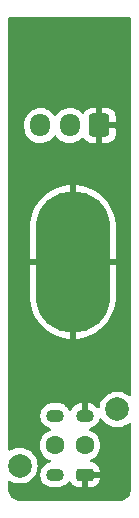
<source format=gbr>
%TF.GenerationSoftware,KiCad,Pcbnew,(6.0.7-1)-1*%
%TF.CreationDate,2024-04-18T04:23:32-04:00*%
%TF.ProjectId,EM_Harpsichord_Sensor_Daughterboard,454d5f48-6172-4707-9369-63686f72645f,rev?*%
%TF.SameCoordinates,Original*%
%TF.FileFunction,Copper,L2,Bot*%
%TF.FilePolarity,Positive*%
%FSLAX46Y46*%
G04 Gerber Fmt 4.6, Leading zero omitted, Abs format (unit mm)*
G04 Created by KiCad (PCBNEW (6.0.7-1)-1) date 2024-04-18 04:23:32*
%MOMM*%
%LPD*%
G01*
G04 APERTURE LIST*
G04 Aperture macros list*
%AMRoundRect*
0 Rectangle with rounded corners*
0 $1 Rounding radius*
0 $2 $3 $4 $5 $6 $7 $8 $9 X,Y pos of 4 corners*
0 Add a 4 corners polygon primitive as box body*
4,1,4,$2,$3,$4,$5,$6,$7,$8,$9,$2,$3,0*
0 Add four circle primitives for the rounded corners*
1,1,$1+$1,$2,$3*
1,1,$1+$1,$4,$5*
1,1,$1+$1,$6,$7*
1,1,$1+$1,$8,$9*
0 Add four rect primitives between the rounded corners*
20,1,$1+$1,$2,$3,$4,$5,0*
20,1,$1+$1,$4,$5,$6,$7,0*
20,1,$1+$1,$6,$7,$8,$9,0*
20,1,$1+$1,$8,$9,$2,$3,0*%
G04 Aperture macros list end*
%TA.AperFunction,ComponentPad*%
%ADD10C,2.000000*%
%TD*%
%TA.AperFunction,ComponentPad*%
%ADD11RoundRect,0.250000X0.600000X0.725000X-0.600000X0.725000X-0.600000X-0.725000X0.600000X-0.725000X0*%
%TD*%
%TA.AperFunction,ComponentPad*%
%ADD12O,1.700000X1.950000*%
%TD*%
%TA.AperFunction,ComponentPad*%
%ADD13O,6.300000X12.000000*%
%TD*%
%TA.AperFunction,WasherPad*%
%ADD14C,1.600000*%
%TD*%
%TA.AperFunction,ComponentPad*%
%ADD15RoundRect,0.249700X0.500300X-0.300300X0.500300X0.300300X-0.500300X0.300300X-0.500300X-0.300300X0*%
%TD*%
%TA.AperFunction,ComponentPad*%
%ADD16O,1.500000X1.100000*%
%TD*%
%TA.AperFunction,ViaPad*%
%ADD17C,0.800000*%
%TD*%
G04 APERTURE END LIST*
D10*
%TO.P,TP3,1,1*%
%TO.N,Net-(R1-Pad2)*%
X97500000Y-108750000D03*
%TD*%
D11*
%TO.P,J1,1,Pin_1*%
%TO.N,GND*%
X104250000Y-79950000D03*
D12*
%TO.P,J1,2,Pin_2*%
%TO.N,+5V*%
X101750000Y-79950000D03*
%TO.P,J1,3,Pin_3*%
%TO.N,Net-(J1-Pad3)*%
X99250000Y-79950000D03*
%TD*%
D13*
%TO.P,TP2,1,1*%
%TO.N,GND*%
X102000000Y-91500000D03*
%TD*%
D14*
%TO.P,U1,*%
%TO.N,*%
X100500000Y-107025000D03*
X103000000Y-107025000D03*
D15*
%TO.P,U1,1,K*%
%TO.N,GND*%
X103000000Y-109525000D03*
D16*
%TO.P,U1,2,A*%
%TO.N,Net-(R1-Pad2)*%
X100500000Y-109525000D03*
%TO.P,U1,3,C*%
%TO.N,Net-(J1-Pad3)*%
X100500000Y-104525000D03*
%TO.P,U1,4,E*%
%TO.N,GND*%
X103000000Y-104525000D03*
%TD*%
D10*
%TO.P,TP1,1,1*%
%TO.N,Net-(J1-Pad3)*%
X105750000Y-104000000D03*
%TD*%
D17*
%TO.N,GND*%
X99500000Y-84000000D03*
X97250000Y-111000000D03*
X106250000Y-111000000D03*
X106250000Y-106750000D03*
%TD*%
%TA.AperFunction,Conductor*%
%TO.N,GND*%
G36*
X106872961Y-70778502D02*
G01*
X106919454Y-70832158D01*
X106930840Y-70884500D01*
X106930840Y-102751408D01*
X106910838Y-102819529D01*
X106857182Y-102866022D01*
X106786908Y-102876126D01*
X106723010Y-102847219D01*
X106643182Y-102779040D01*
X106643178Y-102779037D01*
X106639416Y-102775824D01*
X106635208Y-102773245D01*
X106635202Y-102773241D01*
X106441183Y-102654346D01*
X106436963Y-102651760D01*
X106432393Y-102649867D01*
X106432389Y-102649865D01*
X106222167Y-102562789D01*
X106222165Y-102562788D01*
X106217594Y-102560895D01*
X106137391Y-102541640D01*
X105991524Y-102506620D01*
X105991518Y-102506619D01*
X105986711Y-102505465D01*
X105750000Y-102486835D01*
X105513289Y-102505465D01*
X105508482Y-102506619D01*
X105508476Y-102506620D01*
X105362609Y-102541640D01*
X105282406Y-102560895D01*
X105277835Y-102562788D01*
X105277833Y-102562789D01*
X105067611Y-102649865D01*
X105067607Y-102649867D01*
X105063037Y-102651760D01*
X105058817Y-102654346D01*
X104864798Y-102773241D01*
X104864792Y-102773245D01*
X104860584Y-102775824D01*
X104680031Y-102930031D01*
X104525824Y-103110584D01*
X104523245Y-103114792D01*
X104523241Y-103114798D01*
X104404346Y-103308817D01*
X104401760Y-103313037D01*
X104399867Y-103317607D01*
X104399865Y-103317611D01*
X104329916Y-103486484D01*
X104310895Y-103532406D01*
X104306586Y-103550354D01*
X104283290Y-103647391D01*
X104255465Y-103763289D01*
X104253708Y-103785623D01*
X104252707Y-103798336D01*
X104227422Y-103864677D01*
X104170285Y-103906818D01*
X104099435Y-103911377D01*
X104037367Y-103876909D01*
X104028899Y-103867404D01*
X103963428Y-103785975D01*
X103954848Y-103777214D01*
X103805344Y-103651764D01*
X103795233Y-103644840D01*
X103624202Y-103550816D01*
X103612938Y-103545988D01*
X103426905Y-103486975D01*
X103414916Y-103484427D01*
X103268643Y-103468020D01*
X103256876Y-103471475D01*
X103255671Y-103472865D01*
X103254000Y-103480548D01*
X103254000Y-104653000D01*
X103233998Y-104721121D01*
X103180342Y-104767614D01*
X103128000Y-104779000D01*
X102872000Y-104779000D01*
X102803879Y-104758998D01*
X102757386Y-104705342D01*
X102746000Y-104653000D01*
X102746000Y-103485291D01*
X102741764Y-103470864D01*
X102729411Y-103468803D01*
X102599639Y-103481527D01*
X102587604Y-103483910D01*
X102400777Y-103540317D01*
X102389435Y-103544992D01*
X102217121Y-103636612D01*
X102206905Y-103643399D01*
X102055665Y-103766747D01*
X102046961Y-103775391D01*
X101922562Y-103925763D01*
X101915703Y-103935931D01*
X101861047Y-104037017D01*
X101811053Y-104087426D01*
X101741741Y-104102804D01*
X101675119Y-104078268D01*
X101638549Y-104035464D01*
X101592855Y-103948060D01*
X101590001Y-103942600D01*
X101459929Y-103780823D01*
X101453456Y-103775391D01*
X101351319Y-103689688D01*
X101300911Y-103647391D01*
X101295519Y-103644427D01*
X101295515Y-103644424D01*
X101124402Y-103550354D01*
X101119005Y-103547387D01*
X100921139Y-103484621D01*
X100915022Y-103483935D01*
X100915018Y-103483934D01*
X100838402Y-103475341D01*
X100759587Y-103466500D01*
X100247763Y-103466500D01*
X100244707Y-103466800D01*
X100244700Y-103466800D01*
X100099534Y-103481034D01*
X100099531Y-103481035D01*
X100093408Y-103481635D01*
X99961454Y-103521474D01*
X99900593Y-103539848D01*
X99900590Y-103539849D01*
X99894685Y-103541632D01*
X99889240Y-103544527D01*
X99889238Y-103544528D01*
X99716847Y-103636191D01*
X99716845Y-103636192D01*
X99711401Y-103639087D01*
X99651529Y-103687917D01*
X99555311Y-103766390D01*
X99555308Y-103766393D01*
X99550536Y-103770285D01*
X99418217Y-103930230D01*
X99415288Y-103935647D01*
X99415286Y-103935650D01*
X99322416Y-104107410D01*
X99322414Y-104107415D01*
X99319486Y-104112830D01*
X99258102Y-104311129D01*
X99236404Y-104517575D01*
X99255218Y-104724303D01*
X99256956Y-104730209D01*
X99256957Y-104730213D01*
X99300473Y-104878068D01*
X99313827Y-104923440D01*
X99409999Y-105107400D01*
X99540071Y-105269177D01*
X99544788Y-105273135D01*
X99544790Y-105273137D01*
X99631213Y-105345654D01*
X99699089Y-105402609D01*
X99704481Y-105405573D01*
X99704485Y-105405576D01*
X99864200Y-105493380D01*
X99880995Y-105502613D01*
X99886868Y-105504476D01*
X100042595Y-105553875D01*
X100101479Y-105593538D01*
X100129572Y-105658740D01*
X100117955Y-105728780D01*
X100070315Y-105781420D01*
X100051389Y-105790547D01*
X100050757Y-105790716D01*
X100045780Y-105793037D01*
X100045774Y-105793039D01*
X99848238Y-105885151D01*
X99848233Y-105885154D01*
X99843251Y-105887477D01*
X99738389Y-105960902D01*
X99660211Y-106015643D01*
X99660208Y-106015645D01*
X99655700Y-106018802D01*
X99493802Y-106180700D01*
X99362477Y-106368251D01*
X99360154Y-106373233D01*
X99360151Y-106373238D01*
X99359317Y-106375027D01*
X99265716Y-106575757D01*
X99206457Y-106796913D01*
X99186502Y-107025000D01*
X99206457Y-107253087D01*
X99265716Y-107474243D01*
X99268039Y-107479224D01*
X99268039Y-107479225D01*
X99360151Y-107676762D01*
X99360154Y-107676767D01*
X99362477Y-107681749D01*
X99493802Y-107869300D01*
X99655700Y-108031198D01*
X99660208Y-108034355D01*
X99660211Y-108034357D01*
X99707703Y-108067611D01*
X99843251Y-108162523D01*
X99848233Y-108164846D01*
X99848238Y-108164849D01*
X100045770Y-108256959D01*
X100045774Y-108256961D01*
X100050013Y-108258937D01*
X100050757Y-108259284D01*
X100050687Y-108259434D01*
X100106019Y-108300170D01*
X100131359Y-108366490D01*
X100116822Y-108435983D01*
X100067021Y-108486583D01*
X100042174Y-108497103D01*
X99900590Y-108539849D01*
X99900588Y-108539850D01*
X99894685Y-108541632D01*
X99889240Y-108544527D01*
X99889238Y-108544528D01*
X99716847Y-108636191D01*
X99716845Y-108636192D01*
X99711401Y-108639087D01*
X99696365Y-108651350D01*
X99555311Y-108766390D01*
X99555308Y-108766393D01*
X99550536Y-108770285D01*
X99418217Y-108930230D01*
X99415288Y-108935647D01*
X99415286Y-108935650D01*
X99322416Y-109107410D01*
X99322414Y-109107415D01*
X99319486Y-109112830D01*
X99258102Y-109311129D01*
X99257458Y-109317254D01*
X99257458Y-109317255D01*
X99244877Y-109436963D01*
X99236404Y-109517575D01*
X99244223Y-109603485D01*
X99247493Y-109639416D01*
X99255218Y-109724303D01*
X99256956Y-109730209D01*
X99256957Y-109730213D01*
X99282268Y-109816213D01*
X99313827Y-109923440D01*
X99409999Y-110107400D01*
X99540071Y-110269177D01*
X99544788Y-110273135D01*
X99544790Y-110273137D01*
X99567118Y-110291872D01*
X99699089Y-110402609D01*
X99704481Y-110405573D01*
X99704485Y-110405576D01*
X99875598Y-110499646D01*
X99880995Y-110502613D01*
X100078861Y-110565379D01*
X100084978Y-110566065D01*
X100084982Y-110566066D01*
X100161598Y-110574659D01*
X100240413Y-110583500D01*
X100752237Y-110583500D01*
X100755293Y-110583200D01*
X100755300Y-110583200D01*
X100900466Y-110568966D01*
X100900469Y-110568965D01*
X100906592Y-110568365D01*
X101071971Y-110518435D01*
X101099407Y-110510152D01*
X101099410Y-110510151D01*
X101105315Y-110508368D01*
X101112635Y-110504476D01*
X101283153Y-110413809D01*
X101283155Y-110413808D01*
X101288599Y-110410913D01*
X101420567Y-110303283D01*
X101444689Y-110283610D01*
X101444692Y-110283607D01*
X101449464Y-110279715D01*
X101462153Y-110264377D01*
X101577858Y-110124515D01*
X101577860Y-110124512D01*
X101581783Y-110119770D01*
X101584225Y-110115254D01*
X101638628Y-110070191D01*
X101709109Y-110061652D01*
X101773018Y-110092573D01*
X101801516Y-110136242D01*
X101803458Y-110135332D01*
X101812729Y-110155124D01*
X101898004Y-110292928D01*
X101907031Y-110304317D01*
X102021717Y-110418802D01*
X102033128Y-110427814D01*
X102171070Y-110512842D01*
X102184251Y-110518989D01*
X102338471Y-110570142D01*
X102351847Y-110573009D01*
X102446158Y-110582672D01*
X102452574Y-110583000D01*
X102727885Y-110583000D01*
X102743124Y-110578525D01*
X102744329Y-110577135D01*
X102746000Y-110569452D01*
X102746000Y-110564884D01*
X103254000Y-110564884D01*
X103258475Y-110580123D01*
X103259865Y-110581328D01*
X103267548Y-110582999D01*
X103547375Y-110582999D01*
X103553894Y-110582662D01*
X103649444Y-110572748D01*
X103662838Y-110569856D01*
X103816964Y-110518435D01*
X103830124Y-110512271D01*
X103967928Y-110426996D01*
X103979317Y-110417969D01*
X104093802Y-110303283D01*
X104102814Y-110291872D01*
X104187842Y-110153930D01*
X104193989Y-110140749D01*
X104245142Y-109986529D01*
X104248009Y-109973153D01*
X104257672Y-109878842D01*
X104258000Y-109872426D01*
X104258000Y-109797115D01*
X104253525Y-109781876D01*
X104252135Y-109780671D01*
X104244452Y-109779000D01*
X103272115Y-109779000D01*
X103256876Y-109783475D01*
X103255671Y-109784865D01*
X103254000Y-109792548D01*
X103254000Y-110564884D01*
X102746000Y-110564884D01*
X102746000Y-109397000D01*
X102766002Y-109328879D01*
X102819658Y-109282386D01*
X102872000Y-109271000D01*
X104239884Y-109271000D01*
X104255123Y-109266525D01*
X104256328Y-109265135D01*
X104257999Y-109257452D01*
X104257999Y-109177625D01*
X104257662Y-109171106D01*
X104247748Y-109075556D01*
X104244856Y-109062162D01*
X104193435Y-108908036D01*
X104187271Y-108894876D01*
X104101996Y-108757072D01*
X104092969Y-108745683D01*
X103978283Y-108631198D01*
X103966872Y-108622186D01*
X103828930Y-108537158D01*
X103815749Y-108531011D01*
X103661529Y-108479858D01*
X103648153Y-108476991D01*
X103556589Y-108467609D01*
X103490862Y-108440768D01*
X103450080Y-108382652D01*
X103447192Y-108311715D01*
X103483114Y-108250476D01*
X103516182Y-108228070D01*
X103651762Y-108164849D01*
X103651767Y-108164846D01*
X103656749Y-108162523D01*
X103792297Y-108067611D01*
X103839789Y-108034357D01*
X103839792Y-108034355D01*
X103844300Y-108031198D01*
X104006198Y-107869300D01*
X104137523Y-107681749D01*
X104139846Y-107676767D01*
X104139849Y-107676762D01*
X104231961Y-107479225D01*
X104231961Y-107479224D01*
X104234284Y-107474243D01*
X104293543Y-107253087D01*
X104313498Y-107025000D01*
X104293543Y-106796913D01*
X104234284Y-106575757D01*
X104140683Y-106375027D01*
X104139849Y-106373238D01*
X104139846Y-106373233D01*
X104137523Y-106368251D01*
X104006198Y-106180700D01*
X103844300Y-106018802D01*
X103839792Y-106015645D01*
X103839789Y-106015643D01*
X103761611Y-105960902D01*
X103656749Y-105887477D01*
X103651767Y-105885154D01*
X103651762Y-105885151D01*
X103454229Y-105793041D01*
X103449243Y-105790716D01*
X103449046Y-105790663D01*
X103393194Y-105749541D01*
X103367855Y-105683220D01*
X103382395Y-105613728D01*
X103432197Y-105563129D01*
X103457041Y-105552611D01*
X103599223Y-105509683D01*
X103610565Y-105505008D01*
X103782879Y-105413388D01*
X103793095Y-105406601D01*
X103944335Y-105283253D01*
X103953039Y-105274609D01*
X104077438Y-105124237D01*
X104084297Y-105114069D01*
X104177119Y-104942395D01*
X104181872Y-104931088D01*
X104223548Y-104796456D01*
X104262799Y-104737296D01*
X104327804Y-104708749D01*
X104397923Y-104719878D01*
X104451345Y-104767880D01*
X104523235Y-104885193D01*
X104523242Y-104885203D01*
X104525824Y-104889416D01*
X104680031Y-105069969D01*
X104860584Y-105224176D01*
X104864792Y-105226755D01*
X104864798Y-105226759D01*
X105058817Y-105345654D01*
X105063037Y-105348240D01*
X105067607Y-105350133D01*
X105067611Y-105350135D01*
X105277833Y-105437211D01*
X105282406Y-105439105D01*
X105362609Y-105458360D01*
X105508476Y-105493380D01*
X105508482Y-105493381D01*
X105513289Y-105494535D01*
X105750000Y-105513165D01*
X105986711Y-105494535D01*
X105991518Y-105493381D01*
X105991524Y-105493380D01*
X106137391Y-105458360D01*
X106217594Y-105439105D01*
X106222167Y-105437211D01*
X106432389Y-105350135D01*
X106432393Y-105350133D01*
X106436963Y-105348240D01*
X106441183Y-105345654D01*
X106635202Y-105226759D01*
X106635208Y-105226755D01*
X106639416Y-105224176D01*
X106643178Y-105220963D01*
X106643182Y-105220960D01*
X106723010Y-105152781D01*
X106787799Y-105123750D01*
X106857999Y-105134355D01*
X106911322Y-105181230D01*
X106930840Y-105248592D01*
X106930840Y-110700633D01*
X106929340Y-110720018D01*
X106927030Y-110734851D01*
X106927030Y-110734855D01*
X106925649Y-110743724D01*
X106927306Y-110756397D01*
X106927891Y-110783711D01*
X106916738Y-110911195D01*
X106912925Y-110932821D01*
X106912925Y-110932822D01*
X106912924Y-110932825D01*
X106873897Y-111078476D01*
X106866385Y-111099114D01*
X106802661Y-111235772D01*
X106791680Y-111254792D01*
X106705195Y-111378309D01*
X106691078Y-111395134D01*
X106584455Y-111501760D01*
X106567630Y-111515878D01*
X106444116Y-111602366D01*
X106425096Y-111613348D01*
X106288436Y-111677077D01*
X106267798Y-111684589D01*
X106122148Y-111723619D01*
X106100519Y-111727433D01*
X106038445Y-111732866D01*
X105980097Y-111737972D01*
X105963451Y-111737412D01*
X105963446Y-111737800D01*
X105954477Y-111737691D01*
X105945602Y-111736309D01*
X105917382Y-111740000D01*
X105914048Y-111740436D01*
X105897707Y-111741500D01*
X97549367Y-111741500D01*
X97529982Y-111740000D01*
X97515149Y-111737690D01*
X97515145Y-111737690D01*
X97506276Y-111736309D01*
X97493603Y-111737966D01*
X97466293Y-111738551D01*
X97338806Y-111727397D01*
X97317183Y-111723585D01*
X97171533Y-111684558D01*
X97150896Y-111677046D01*
X97014240Y-111613322D01*
X96995220Y-111602340D01*
X96871703Y-111515853D01*
X96854878Y-111501735D01*
X96748265Y-111395122D01*
X96734147Y-111378297D01*
X96647660Y-111254780D01*
X96636678Y-111235760D01*
X96572954Y-111099104D01*
X96565443Y-111078466D01*
X96526417Y-110932822D01*
X96522602Y-110911191D01*
X96512349Y-110793993D01*
X96512374Y-110771758D01*
X96512770Y-110767344D01*
X96513576Y-110762552D01*
X96513729Y-110750000D01*
X96509773Y-110722376D01*
X96508500Y-110704514D01*
X96508500Y-110136609D01*
X96528502Y-110068488D01*
X96582158Y-110021995D01*
X96652432Y-110011891D01*
X96700336Y-110029176D01*
X96813037Y-110098240D01*
X96817607Y-110100133D01*
X96817611Y-110100135D01*
X97027833Y-110187211D01*
X97032406Y-110189105D01*
X97112609Y-110208360D01*
X97258476Y-110243380D01*
X97258482Y-110243381D01*
X97263289Y-110244535D01*
X97500000Y-110263165D01*
X97736711Y-110244535D01*
X97741518Y-110243381D01*
X97741524Y-110243380D01*
X97887391Y-110208360D01*
X97967594Y-110189105D01*
X97972167Y-110187211D01*
X98182389Y-110100135D01*
X98182393Y-110100133D01*
X98186963Y-110098240D01*
X98299665Y-110029176D01*
X98385202Y-109976759D01*
X98385208Y-109976755D01*
X98389416Y-109974176D01*
X98569969Y-109819969D01*
X98724176Y-109639416D01*
X98726755Y-109635208D01*
X98726759Y-109635202D01*
X98845654Y-109441183D01*
X98848240Y-109436963D01*
X98897825Y-109317255D01*
X98937211Y-109222167D01*
X98937212Y-109222165D01*
X98939105Y-109217594D01*
X98994535Y-108986711D01*
X99013165Y-108750000D01*
X98994535Y-108513289D01*
X98990650Y-108497103D01*
X98940260Y-108287218D01*
X98939105Y-108282406D01*
X98928839Y-108257621D01*
X98850135Y-108067611D01*
X98850133Y-108067607D01*
X98848240Y-108063037D01*
X98826341Y-108027301D01*
X98726759Y-107864798D01*
X98726755Y-107864792D01*
X98724176Y-107860584D01*
X98569969Y-107680031D01*
X98566142Y-107676762D01*
X98521851Y-107638934D01*
X98389416Y-107525824D01*
X98385208Y-107523245D01*
X98385202Y-107523241D01*
X98191183Y-107404346D01*
X98186963Y-107401760D01*
X98182393Y-107399867D01*
X98182389Y-107399865D01*
X97972167Y-107312789D01*
X97972165Y-107312788D01*
X97967594Y-107310895D01*
X97887391Y-107291640D01*
X97741524Y-107256620D01*
X97741518Y-107256619D01*
X97736711Y-107255465D01*
X97500000Y-107236835D01*
X97263289Y-107255465D01*
X97258482Y-107256619D01*
X97258476Y-107256620D01*
X97112609Y-107291640D01*
X97032406Y-107310895D01*
X97027835Y-107312788D01*
X97027833Y-107312789D01*
X96817611Y-107399865D01*
X96817607Y-107399867D01*
X96813037Y-107401760D01*
X96808817Y-107404346D01*
X96700335Y-107470824D01*
X96631801Y-107489362D01*
X96564125Y-107467906D01*
X96518792Y-107413267D01*
X96508500Y-107363391D01*
X96508500Y-94444123D01*
X98342000Y-94444123D01*
X98342088Y-94447459D01*
X98356874Y-94729600D01*
X98357560Y-94736138D01*
X98416510Y-95108324D01*
X98417881Y-95114774D01*
X98515406Y-95478743D01*
X98517447Y-95485025D01*
X98652481Y-95836799D01*
X98655163Y-95842824D01*
X98826235Y-96178571D01*
X98829531Y-96184280D01*
X99034755Y-96500297D01*
X99038637Y-96505641D01*
X99275761Y-96798464D01*
X99280190Y-96803383D01*
X99546617Y-97069810D01*
X99551536Y-97074239D01*
X99844359Y-97311363D01*
X99849703Y-97315245D01*
X100165720Y-97520469D01*
X100171429Y-97523765D01*
X100507176Y-97694837D01*
X100513201Y-97697519D01*
X100864975Y-97832553D01*
X100871257Y-97834594D01*
X101235226Y-97932119D01*
X101241676Y-97933490D01*
X101613862Y-97992440D01*
X101620400Y-97993126D01*
X101727910Y-97998761D01*
X101743361Y-97995090D01*
X101743416Y-97995033D01*
X101746000Y-97984492D01*
X101746000Y-97981594D01*
X102254000Y-97981594D01*
X102258475Y-97996833D01*
X102258533Y-97996883D01*
X102269198Y-97998912D01*
X102379600Y-97993126D01*
X102386138Y-97992440D01*
X102758324Y-97933490D01*
X102764774Y-97932119D01*
X103128743Y-97834594D01*
X103135025Y-97832553D01*
X103486799Y-97697519D01*
X103492824Y-97694837D01*
X103828571Y-97523765D01*
X103834280Y-97520469D01*
X104150297Y-97315245D01*
X104155641Y-97311363D01*
X104448464Y-97074239D01*
X104453383Y-97069810D01*
X104719810Y-96803383D01*
X104724239Y-96798464D01*
X104961363Y-96505641D01*
X104965245Y-96500297D01*
X105170469Y-96184280D01*
X105173765Y-96178571D01*
X105344837Y-95842824D01*
X105347519Y-95836799D01*
X105482553Y-95485025D01*
X105484594Y-95478743D01*
X105582119Y-95114774D01*
X105583490Y-95108324D01*
X105642440Y-94736138D01*
X105643126Y-94729600D01*
X105657912Y-94447459D01*
X105658000Y-94444123D01*
X105658000Y-91772115D01*
X105653525Y-91756876D01*
X105652135Y-91755671D01*
X105644452Y-91754000D01*
X102272115Y-91754000D01*
X102256876Y-91758475D01*
X102255671Y-91759865D01*
X102254000Y-91767548D01*
X102254000Y-97981594D01*
X101746000Y-97981594D01*
X101746000Y-91772115D01*
X101741525Y-91756876D01*
X101740135Y-91755671D01*
X101732452Y-91754000D01*
X98360115Y-91754000D01*
X98344876Y-91758475D01*
X98343671Y-91759865D01*
X98342000Y-91767548D01*
X98342000Y-94444123D01*
X96508500Y-94444123D01*
X96508500Y-91227885D01*
X98342000Y-91227885D01*
X98346475Y-91243124D01*
X98347865Y-91244329D01*
X98355548Y-91246000D01*
X101727885Y-91246000D01*
X101743124Y-91241525D01*
X101744329Y-91240135D01*
X101746000Y-91232452D01*
X101746000Y-91227885D01*
X102254000Y-91227885D01*
X102258475Y-91243124D01*
X102259865Y-91244329D01*
X102267548Y-91246000D01*
X105639885Y-91246000D01*
X105655124Y-91241525D01*
X105656329Y-91240135D01*
X105658000Y-91232452D01*
X105658000Y-88555877D01*
X105657912Y-88552541D01*
X105643126Y-88270400D01*
X105642440Y-88263862D01*
X105583490Y-87891676D01*
X105582119Y-87885226D01*
X105484594Y-87521257D01*
X105482553Y-87514975D01*
X105347519Y-87163201D01*
X105344837Y-87157176D01*
X105173765Y-86821429D01*
X105170469Y-86815720D01*
X104965245Y-86499703D01*
X104961363Y-86494359D01*
X104724239Y-86201536D01*
X104719810Y-86196617D01*
X104453383Y-85930190D01*
X104448464Y-85925761D01*
X104155641Y-85688637D01*
X104150297Y-85684755D01*
X103834280Y-85479531D01*
X103828571Y-85476235D01*
X103492824Y-85305163D01*
X103486799Y-85302481D01*
X103135025Y-85167447D01*
X103128743Y-85165406D01*
X102764774Y-85067881D01*
X102758324Y-85066510D01*
X102386138Y-85007560D01*
X102379600Y-85006874D01*
X102272090Y-85001239D01*
X102256639Y-85004910D01*
X102256584Y-85004967D01*
X102254000Y-85015508D01*
X102254000Y-91227885D01*
X101746000Y-91227885D01*
X101746000Y-85018406D01*
X101741525Y-85003167D01*
X101741467Y-85003117D01*
X101730802Y-85001088D01*
X101620400Y-85006874D01*
X101613862Y-85007560D01*
X101241676Y-85066510D01*
X101235226Y-85067881D01*
X100871257Y-85165406D01*
X100864975Y-85167447D01*
X100513201Y-85302481D01*
X100507176Y-85305163D01*
X100171429Y-85476235D01*
X100165720Y-85479531D01*
X99849703Y-85684755D01*
X99844359Y-85688637D01*
X99551536Y-85925761D01*
X99546617Y-85930190D01*
X99280190Y-86196617D01*
X99275761Y-86201536D01*
X99038637Y-86494359D01*
X99034755Y-86499703D01*
X98829531Y-86815720D01*
X98826235Y-86821429D01*
X98655163Y-87157176D01*
X98652481Y-87163201D01*
X98517447Y-87514975D01*
X98515406Y-87521257D01*
X98417881Y-87885226D01*
X98416510Y-87891676D01*
X98357560Y-88263862D01*
X98356874Y-88270400D01*
X98342088Y-88552541D01*
X98342000Y-88555877D01*
X98342000Y-91227885D01*
X96508500Y-91227885D01*
X96508500Y-80132890D01*
X97891500Y-80132890D01*
X97906080Y-80304720D01*
X97907418Y-80309875D01*
X97907419Y-80309881D01*
X97962657Y-80522703D01*
X97963999Y-80527872D01*
X98058688Y-80738075D01*
X98187441Y-80929319D01*
X98346576Y-81096135D01*
X98531542Y-81233754D01*
X98536293Y-81236170D01*
X98536297Y-81236172D01*
X98598704Y-81267901D01*
X98737051Y-81338240D01*
X98742145Y-81339822D01*
X98742148Y-81339823D01*
X98942020Y-81401885D01*
X98957227Y-81406607D01*
X98962516Y-81407308D01*
X99180489Y-81436198D01*
X99180494Y-81436198D01*
X99185774Y-81436898D01*
X99191103Y-81436698D01*
X99191105Y-81436698D01*
X99300966Y-81432573D01*
X99416158Y-81428249D01*
X99421468Y-81427135D01*
X99636572Y-81382002D01*
X99641791Y-81380907D01*
X99646750Y-81378949D01*
X99646752Y-81378948D01*
X99851256Y-81298185D01*
X99851258Y-81298184D01*
X99856221Y-81296224D01*
X99955184Y-81236172D01*
X100048757Y-81179390D01*
X100048756Y-81179390D01*
X100053317Y-81176623D01*
X100093493Y-81141760D01*
X100223412Y-81029023D01*
X100223414Y-81029021D01*
X100227445Y-81025523D01*
X100291383Y-80947545D01*
X100370240Y-80851373D01*
X100370244Y-80851367D01*
X100373624Y-80847245D01*
X100391552Y-80815750D01*
X100442632Y-80766445D01*
X100512262Y-80752583D01*
X100578333Y-80778566D01*
X100605573Y-80807716D01*
X100687441Y-80929319D01*
X100846576Y-81096135D01*
X101031542Y-81233754D01*
X101036293Y-81236170D01*
X101036297Y-81236172D01*
X101098704Y-81267901D01*
X101237051Y-81338240D01*
X101242145Y-81339822D01*
X101242148Y-81339823D01*
X101442020Y-81401885D01*
X101457227Y-81406607D01*
X101462516Y-81407308D01*
X101680489Y-81436198D01*
X101680494Y-81436198D01*
X101685774Y-81436898D01*
X101691103Y-81436698D01*
X101691105Y-81436698D01*
X101800966Y-81432573D01*
X101916158Y-81428249D01*
X101921468Y-81427135D01*
X102136572Y-81382002D01*
X102141791Y-81380907D01*
X102146750Y-81378949D01*
X102146752Y-81378948D01*
X102351256Y-81298185D01*
X102351258Y-81298184D01*
X102356221Y-81296224D01*
X102455184Y-81236172D01*
X102548757Y-81179390D01*
X102548756Y-81179390D01*
X102553317Y-81176623D01*
X102593493Y-81141760D01*
X102723412Y-81029023D01*
X102723414Y-81029021D01*
X102727445Y-81025523D01*
X102757006Y-80989471D01*
X102815666Y-80949476D01*
X102886636Y-80947545D01*
X102947384Y-80984290D01*
X102961584Y-81003059D01*
X103048063Y-81142807D01*
X103057099Y-81154208D01*
X103171829Y-81268739D01*
X103183240Y-81277751D01*
X103321243Y-81362816D01*
X103334424Y-81368963D01*
X103488710Y-81420138D01*
X103502086Y-81423005D01*
X103596438Y-81432672D01*
X103602854Y-81433000D01*
X103977885Y-81433000D01*
X103993124Y-81428525D01*
X103994329Y-81427135D01*
X103996000Y-81419452D01*
X103996000Y-81414884D01*
X104504000Y-81414884D01*
X104508475Y-81430123D01*
X104509865Y-81431328D01*
X104517548Y-81432999D01*
X104897095Y-81432999D01*
X104903614Y-81432662D01*
X104999206Y-81422743D01*
X105012600Y-81419851D01*
X105166784Y-81368412D01*
X105179962Y-81362239D01*
X105317807Y-81276937D01*
X105329208Y-81267901D01*
X105443739Y-81153171D01*
X105452751Y-81141760D01*
X105537816Y-81003757D01*
X105543963Y-80990576D01*
X105595138Y-80836290D01*
X105598005Y-80822914D01*
X105607672Y-80728562D01*
X105608000Y-80722146D01*
X105608000Y-80222115D01*
X105603525Y-80206876D01*
X105602135Y-80205671D01*
X105594452Y-80204000D01*
X104522115Y-80204000D01*
X104506876Y-80208475D01*
X104505671Y-80209865D01*
X104504000Y-80217548D01*
X104504000Y-81414884D01*
X103996000Y-81414884D01*
X103996000Y-79677885D01*
X104504000Y-79677885D01*
X104508475Y-79693124D01*
X104509865Y-79694329D01*
X104517548Y-79696000D01*
X105589884Y-79696000D01*
X105605123Y-79691525D01*
X105606328Y-79690135D01*
X105607999Y-79682452D01*
X105607999Y-79177905D01*
X105607662Y-79171386D01*
X105597743Y-79075794D01*
X105594851Y-79062400D01*
X105543412Y-78908216D01*
X105537239Y-78895038D01*
X105451937Y-78757193D01*
X105442901Y-78745792D01*
X105328171Y-78631261D01*
X105316760Y-78622249D01*
X105178757Y-78537184D01*
X105165576Y-78531037D01*
X105011290Y-78479862D01*
X104997914Y-78476995D01*
X104903562Y-78467328D01*
X104897145Y-78467000D01*
X104522115Y-78467000D01*
X104506876Y-78471475D01*
X104505671Y-78472865D01*
X104504000Y-78480548D01*
X104504000Y-79677885D01*
X103996000Y-79677885D01*
X103996000Y-78485116D01*
X103991525Y-78469877D01*
X103990135Y-78468672D01*
X103982452Y-78467001D01*
X103602905Y-78467001D01*
X103596386Y-78467338D01*
X103500794Y-78477257D01*
X103487400Y-78480149D01*
X103333216Y-78531588D01*
X103320038Y-78537761D01*
X103182193Y-78623063D01*
X103170792Y-78632099D01*
X103056261Y-78746829D01*
X103047247Y-78758243D01*
X102961277Y-78897713D01*
X102908505Y-78945207D01*
X102838434Y-78956631D01*
X102773310Y-78928357D01*
X102762847Y-78918570D01*
X102742951Y-78897713D01*
X102653424Y-78803865D01*
X102468458Y-78666246D01*
X102463707Y-78663830D01*
X102463703Y-78663828D01*
X102341731Y-78601815D01*
X102262949Y-78561760D01*
X102257855Y-78560178D01*
X102257852Y-78560177D01*
X102047871Y-78494976D01*
X102042773Y-78493393D01*
X102037484Y-78492692D01*
X101819511Y-78463802D01*
X101819506Y-78463802D01*
X101814226Y-78463102D01*
X101808897Y-78463302D01*
X101808895Y-78463302D01*
X101710368Y-78467001D01*
X101583842Y-78471751D01*
X101578623Y-78472846D01*
X101558849Y-78476995D01*
X101358209Y-78519093D01*
X101353250Y-78521051D01*
X101353248Y-78521052D01*
X101148744Y-78601815D01*
X101148742Y-78601816D01*
X101143779Y-78603776D01*
X101139220Y-78606543D01*
X101139217Y-78606544D01*
X101040832Y-78666246D01*
X100946683Y-78723377D01*
X100942653Y-78726874D01*
X100849484Y-78807722D01*
X100772555Y-78874477D01*
X100769168Y-78878608D01*
X100629760Y-79048627D01*
X100629756Y-79048633D01*
X100626376Y-79052755D01*
X100608448Y-79084250D01*
X100557368Y-79133555D01*
X100487738Y-79147417D01*
X100421667Y-79121434D01*
X100394427Y-79092284D01*
X100315539Y-78975108D01*
X100312559Y-78970681D01*
X100262848Y-78918570D01*
X100157103Y-78807722D01*
X100153424Y-78803865D01*
X99968458Y-78666246D01*
X99963707Y-78663830D01*
X99963703Y-78663828D01*
X99841731Y-78601815D01*
X99762949Y-78561760D01*
X99757855Y-78560178D01*
X99757852Y-78560177D01*
X99547871Y-78494976D01*
X99542773Y-78493393D01*
X99537484Y-78492692D01*
X99319511Y-78463802D01*
X99319506Y-78463802D01*
X99314226Y-78463102D01*
X99308897Y-78463302D01*
X99308895Y-78463302D01*
X99210368Y-78467001D01*
X99083842Y-78471751D01*
X99078623Y-78472846D01*
X99058849Y-78476995D01*
X98858209Y-78519093D01*
X98853250Y-78521051D01*
X98853248Y-78521052D01*
X98648744Y-78601815D01*
X98648742Y-78601816D01*
X98643779Y-78603776D01*
X98639220Y-78606543D01*
X98639217Y-78606544D01*
X98540832Y-78666246D01*
X98446683Y-78723377D01*
X98442653Y-78726874D01*
X98349484Y-78807722D01*
X98272555Y-78874477D01*
X98269168Y-78878608D01*
X98129760Y-79048627D01*
X98129756Y-79048633D01*
X98126376Y-79052755D01*
X98123738Y-79057390D01*
X98123735Y-79057394D01*
X98080382Y-79133555D01*
X98012325Y-79253114D01*
X97933663Y-79469825D01*
X97932714Y-79475074D01*
X97932713Y-79475077D01*
X97893377Y-79692608D01*
X97893376Y-79692615D01*
X97892639Y-79696692D01*
X97891500Y-79720844D01*
X97891500Y-80132890D01*
X96508500Y-80132890D01*
X96508500Y-70884500D01*
X96528502Y-70816379D01*
X96582158Y-70769886D01*
X96634500Y-70758500D01*
X106804840Y-70758500D01*
X106872961Y-70778502D01*
G37*
%TD.AperFunction*%
%TD*%
M02*

</source>
